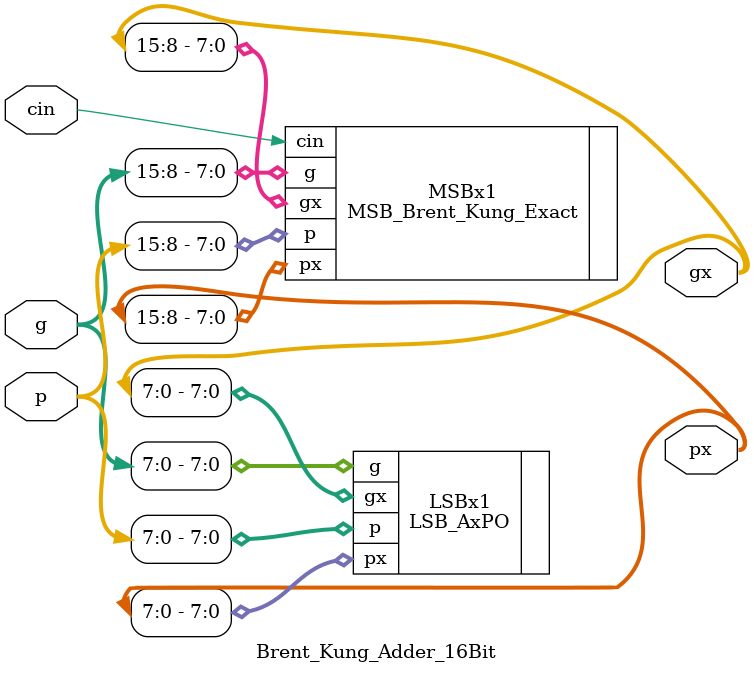
<source format=v>

`timescale 1 ns / 1 ps

module Brent_Kung_Adder_16Bit (
	input               cin,
	input       [15:0]  p,
	input       [15:0]  g,
	output wire [15:0]  gx,
	output wire [15:0]  px
);

LSB_AxPO LSBx1 (
	.p                 (p[7:0]),
	.g                 (g[7:0]),
	.px                (px[7:0]),
	.gx                (gx[7:0])
);

MSB_Brent_Kung_Exact MSBx1 (
	.cin               (cin),
	.p                 (p[15:8]),
	.g                 (g[15:8]),
	.gx                (gx[15:8]),
	.px                (px[15:8])
);

endmodule


</source>
